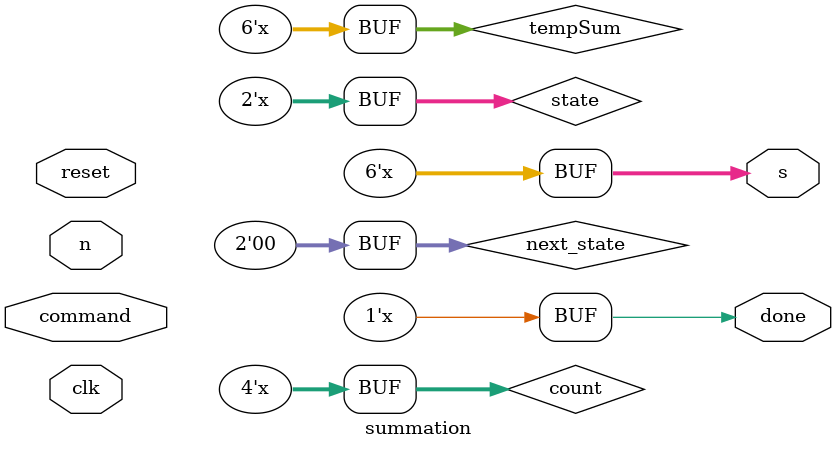
<source format=v>
`timescale 1ns / 1ps


module summation
    (
        input       clk,
        input       reset,
        input       command,
        input       [3:0] n,
        output reg  done,
        output reg  [5:0] s
    );

    reg [5:0] tempSum;
    reg [3:0] count;

    reg [1:0]   state, next_state;
    parameter   S0 = 0,
                S1 = 1,
                S2 = 2,
                S3 = 3;

    always @(posedge clk or posedge reset) begin
        if (reset) begin
            state = 0;
            s = 0;
            tempSum = 0;
        end
        else
            state = next_state; 
    end

    always @(*) begin
        case (state)
            S0: begin
                    tempSum = 0;
                    count = 0;
                    s = 0;
                    if (command)
                        next_state = S1;
                    else
                        next_state = S0;
                end
            S1: begin
                    tempSum = tempSum + count;
                    next_state = S2;
                end
            S2: begin
                    if (count == n) begin
                        next_state = S3;
                    end
                    if (count != n) begin
                        count = count + 1;
                        next_state = S1;
                    end
                end
            S3:
                begin
                    s = tempSum;
                    done = 1;
                    state = S3;
                end
            default: 
                    next_state = S0;
        endcase
    end

endmodule

</source>
